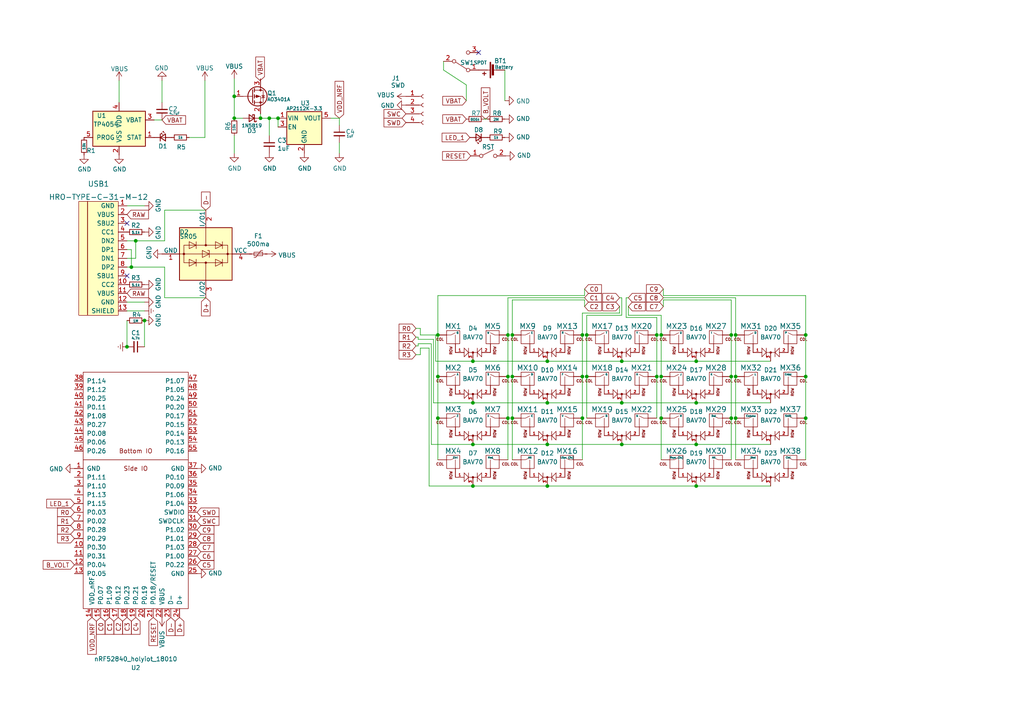
<source format=kicad_sch>
(kicad_sch (version 20211123) (generator eeschema)
  (paper "A4")
  (junction (at 137.16 128.905))
  (junction (at 213.36 97.155))
  (junction (at 158.75 140.97))
  (junction (at 168.91 97.155))
  (junction (at 170.18 109.22))
  (junction (at 201.93 104.775))
  (junction (at 233.68 109.22))
  (junction (at 137.16 140.97))
  (junction (at 212.09 109.22))
  (junction (at 180.34 128.905))
  (junction (at 148.59 121.285))
  (junction (at 36.83 100.584))
  (junction (at 213.36 121.285))
  (junction (at 201.93 140.97))
  (junction (at 158.75 104.775))
  (junction (at 168.91 109.22))
  (junction (at 190.5 109.22))
  (junction (at 233.68 97.155))
  (junction (at 180.34 104.775))
  (junction (at 137.16 104.775))
  (junction (at 191.77 97.155))
  (junction (at 78.105 34.29))
  (junction (at 148.59 97.155))
  (junction (at 39.37 69.85))
  (junction (at 212.09 121.285))
  (junction (at 67.945 34.29))
  (junction (at 191.77 121.285))
  (junction (at 67.945 27.94))
  (junction (at 80.645 34.29))
  (junction (at 38.1 77.47))
  (junction (at 127 109.22))
  (junction (at 127 121.285))
  (junction (at 137.16 116.84))
  (junction (at 41.91 92.964))
  (junction (at 158.75 128.905))
  (junction (at 180.34 116.84))
  (junction (at 147.32 121.285))
  (junction (at 147.32 109.22))
  (junction (at 201.93 128.905))
  (junction (at 212.09 97.155))
  (junction (at 233.68 121.285))
  (junction (at 147.32 97.155))
  (junction (at 213.36 109.22))
  (junction (at 191.77 109.22))
  (junction (at 158.75 116.84))
  (junction (at 127 97.155))
  (junction (at 168.91 121.285))
  (junction (at 75.565 34.29))
  (junction (at 201.93 116.84))
  (junction (at 190.5 97.155))
  (junction (at 170.18 97.155))
  (junction (at 148.59 109.22))
  (no_connect (at 138.811 15.24))
  (no_connect (at 36.83 80.01))
  (no_connect (at 36.83 64.77))
  (wire (pts (xy 137.16 104.775) (xy 158.75 104.775)))
  (wire (pts (xy 39.37 69.85) (xy 39.37 74.93)))
  (wire (pts (xy 147.32 109.22) (xy 147.32 121.285)))
  (wire (pts (xy 201.93 116.84) (xy 223.52 116.84)))
  (wire (pts (xy 36.83 69.85) (xy 39.37 69.85)))
  (wire (pts (xy 127 121.285) (xy 127 133.35)))
  (wire (pts (xy 36.83 87.63) (xy 41.91 87.63)))
  (wire (pts (xy 148.59 121.285) (xy 148.59 133.35)))
  (wire (pts (xy 78.105 34.29) (xy 80.645 34.29)))
  (wire (pts (xy 233.68 109.22) (xy 233.68 121.285)))
  (wire (pts (xy 201.93 128.905) (xy 223.52 128.905)))
  (wire (pts (xy 75.565 34.29) (xy 78.105 34.29)))
  (wire (pts (xy 182.245 88.9) (xy 182.245 91.44)))
  (wire (pts (xy 135.255 24.638) (xy 135.255 29.21)))
  (wire (pts (xy 98.425 34.29) (xy 98.425 36.322)))
  (wire (pts (xy 41.91 92.964) (xy 41.91 100.584)))
  (wire (pts (xy 38.1 72.39) (xy 38.1 77.47)))
  (wire (pts (xy 128.651 20.32) (xy 128.651 17.78)))
  (wire (pts (xy 180.34 91.44) (xy 180.34 86.36)))
  (wire (pts (xy 120.65 102.87) (xy 121.92 102.87)))
  (wire (pts (xy 137.16 128.905) (xy 125.095 128.905)))
  (wire (pts (xy 182.245 86.36) (xy 181.61 86.36)))
  (wire (pts (xy 36.83 59.69) (xy 41.91 59.69)))
  (wire (pts (xy 121.92 97.155) (xy 126.365 97.155)))
  (wire (pts (xy 121.285 100.33) (xy 121.285 99.695)))
  (wire (pts (xy 98.425 41.402) (xy 98.425 44.45)))
  (wire (pts (xy 137.16 116.84) (xy 125.73 116.84)))
  (wire (pts (xy 191.77 97.155) (xy 191.77 91.44)))
  (wire (pts (xy 137.16 104.775) (xy 126.365 104.775)))
  (wire (pts (xy 38.1 77.47) (xy 36.83 77.47)))
  (wire (pts (xy 190.5 109.22) (xy 190.5 121.285)))
  (wire (pts (xy 147.32 97.155) (xy 147.32 86.36)))
  (wire (pts (xy 148.59 97.155) (xy 148.59 109.22)))
  (wire (pts (xy 80.645 34.29) (xy 80.645 36.83)))
  (wire (pts (xy 54.864 39.878) (xy 59.436 39.878)))
  (wire (pts (xy 47.752 86.36) (xy 59.69 86.36)))
  (wire (pts (xy 181.61 86.36) (xy 181.61 92.075)))
  (wire (pts (xy 179.705 90.805) (xy 168.91 90.805)))
  (wire (pts (xy 170.18 97.155) (xy 170.18 109.22)))
  (wire (pts (xy 127 97.155) (xy 127 85.725)))
  (wire (pts (xy 169.545 85.725) (xy 169.545 83.82)))
  (wire (pts (xy 191.77 121.285) (xy 191.77 133.35)))
  (wire (pts (xy 120.65 97.79) (xy 121.285 97.79)))
  (wire (pts (xy 192.405 85.725) (xy 233.68 85.725)))
  (wire (pts (xy 135.255 24.638) (xy 128.651 20.32)))
  (wire (pts (xy 212.09 97.155) (xy 212.09 109.22)))
  (wire (pts (xy 78.105 34.29) (xy 78.105 39.37)))
  (wire (pts (xy 190.5 92.075) (xy 190.5 97.155)))
  (wire (pts (xy 34.544 23.368) (xy 34.544 29.718)))
  (wire (pts (xy 59.436 23.368) (xy 59.436 39.878)))
  (wire (pts (xy 137.16 128.905) (xy 158.75 128.905)))
  (wire (pts (xy 192.405 88.9) (xy 192.405 86.995)))
  (wire (pts (xy 212.09 86.995) (xy 212.09 97.155)))
  (wire (pts (xy 180.34 104.775) (xy 201.93 104.775)))
  (wire (pts (xy 67.945 39.37) (xy 67.945 44.45)))
  (wire (pts (xy 233.68 85.725) (xy 233.68 97.155)))
  (wire (pts (xy 147.32 86.36) (xy 169.545 86.36)))
  (wire (pts (xy 179.705 88.9) (xy 179.705 90.805)))
  (wire (pts (xy 137.16 116.84) (xy 158.75 116.84)))
  (wire (pts (xy 147.32 97.155) (xy 147.32 109.22)))
  (wire (pts (xy 95.885 34.29) (xy 98.425 34.29)))
  (wire (pts (xy 39.37 69.85) (xy 47.752 69.85)))
  (wire (pts (xy 120.65 95.25) (xy 121.92 95.25)))
  (wire (pts (xy 168.91 90.805) (xy 168.91 97.155)))
  (wire (pts (xy 181.61 92.075) (xy 190.5 92.075)))
  (wire (pts (xy 46.99 23.368) (xy 46.99 29.718)))
  (wire (pts (xy 169.545 86.995) (xy 148.59 86.995)))
  (wire (pts (xy 148.59 109.22) (xy 148.59 121.285)))
  (wire (pts (xy 121.285 97.79) (xy 121.285 98.425)))
  (wire (pts (xy 121.92 95.25) (xy 121.92 97.155)))
  (wire (pts (xy 180.34 116.84) (xy 201.93 116.84)))
  (wire (pts (xy 201.93 140.97) (xy 223.52 140.97)))
  (wire (pts (xy 67.945 34.29) (xy 70.485 34.29)))
  (wire (pts (xy 47.752 60.96) (xy 59.69 60.96)))
  (wire (pts (xy 180.34 128.905) (xy 201.93 128.905)))
  (wire (pts (xy 233.68 121.285) (xy 233.68 133.35)))
  (wire (pts (xy 121.92 102.87) (xy 121.92 100.965)))
  (wire (pts (xy 158.75 104.775) (xy 180.34 104.775)))
  (wire (pts (xy 170.18 109.22) (xy 170.18 121.285)))
  (wire (pts (xy 137.16 140.97) (xy 124.46 140.97)))
  (wire (pts (xy 212.09 121.285) (xy 212.09 133.35)))
  (wire (pts (xy 158.75 140.97) (xy 201.93 140.97)))
  (wire (pts (xy 121.285 99.695) (xy 125.095 99.695)))
  (wire (pts (xy 36.83 92.964) (xy 36.83 100.584)))
  (wire (pts (xy 148.59 86.995) (xy 148.59 97.155)))
  (wire (pts (xy 127 109.22) (xy 127 121.285)))
  (wire (pts (xy 147.32 121.285) (xy 147.32 133.35)))
  (wire (pts (xy 158.75 128.905) (xy 180.34 128.905)))
  (wire (pts (xy 170.18 91.44) (xy 180.34 91.44)))
  (wire (pts (xy 121.285 98.425) (xy 125.73 98.425)))
  (wire (pts (xy 192.405 86.995) (xy 212.09 86.995)))
  (wire (pts (xy 213.36 121.285) (xy 213.36 133.35)))
  (wire (pts (xy 192.405 83.82) (xy 192.405 85.725)))
  (wire (pts (xy 182.245 91.44) (xy 191.77 91.44)))
  (wire (pts (xy 121.92 100.965) (xy 124.46 100.965)))
  (wire (pts (xy 39.37 74.93) (xy 36.83 74.93)))
  (wire (pts (xy 212.09 109.22) (xy 212.09 121.285)))
  (wire (pts (xy 126.365 104.775) (xy 126.365 97.155)))
  (wire (pts (xy 213.36 86.36) (xy 213.36 97.155)))
  (wire (pts (xy 191.77 97.155) (xy 191.77 109.22)))
  (wire (pts (xy 44.704 34.798) (xy 46.99 34.798)))
  (wire (pts (xy 47.752 77.47) (xy 47.752 86.36)))
  (wire (pts (xy 124.46 140.97) (xy 124.46 100.965)))
  (wire (pts (xy 168.91 121.285) (xy 168.91 133.35)))
  (wire (pts (xy 137.16 140.97) (xy 158.75 140.97)))
  (wire (pts (xy 190.5 97.155) (xy 190.5 109.22)))
  (wire (pts (xy 201.93 104.775) (xy 223.52 104.775)))
  (wire (pts (xy 168.91 109.22) (xy 168.91 121.285)))
  (wire (pts (xy 140.335 34.544) (xy 141.351 34.544)))
  (wire (pts (xy 36.83 90.17) (xy 41.91 90.17)))
  (wire (pts (xy 75.565 33.02) (xy 75.565 34.29)))
  (wire (pts (xy 38.1 77.47) (xy 47.752 77.47)))
  (wire (pts (xy 180.34 86.36) (xy 179.705 86.36)))
  (wire (pts (xy 192.405 86.36) (xy 213.36 86.36)))
  (wire (pts (xy 169.545 88.9) (xy 169.545 86.995)))
  (wire (pts (xy 125.095 128.905) (xy 125.095 99.695)))
  (wire (pts (xy 36.83 72.39) (xy 38.1 72.39)))
  (wire (pts (xy 127 85.725) (xy 169.545 85.725)))
  (wire (pts (xy 170.18 97.155) (xy 170.18 91.44)))
  (wire (pts (xy 120.65 100.33) (xy 121.285 100.33)))
  (wire (pts (xy 67.945 27.94) (xy 67.945 34.29)))
  (wire (pts (xy 67.945 22.86) (xy 67.945 27.94)))
  (wire (pts (xy 213.36 97.155) (xy 213.36 109.22)))
  (wire (pts (xy 146.431 20.32) (xy 146.431 29.21)))
  (wire (pts (xy 125.73 116.84) (xy 125.73 98.425)))
  (wire (pts (xy 47.752 60.96) (xy 47.752 69.85)))
  (wire (pts (xy 168.91 97.155) (xy 168.91 109.22)))
  (wire (pts (xy 191.77 109.22) (xy 191.77 121.285)))
  (wire (pts (xy 158.75 116.84) (xy 180.34 116.84)))
  (wire (pts (xy 233.68 97.155) (xy 233.68 109.22)))
  (wire (pts (xy 213.36 109.22) (xy 213.36 121.285)))
  (wire (pts (xy 127 97.155) (xy 127 109.22)))
  (global_label "C7" (shape input) (at 57.15 158.75 0) (property "Intersheet References" "${INTERSHEET_REFS}" (effects hide)))
  (global_label "RESET" (shape input) (at 44.45 179.07 270) (property "Intersheet References" "${INTERSHEET_REFS}" (effects hide)))
  (global_label "C3" (shape input) (at 179.705 88.9 180) (property "Intersheet References" "${INTERSHEET_REFS}" (effects hide)))
  (global_label "B_VOLT" (shape input) (at 140.843 34.544 90) (property "Intersheet References" "${INTERSHEET_REFS}" (effects hide)))
  (global_label "R2" (shape input) (at 120.65 100.33 180) (property "Intersheet References" "${INTERSHEET_REFS}" (effects hide)))
  (global_label "VBAT" (shape input) (at 135.255 34.544 180) (property "Intersheet References" "${INTERSHEET_REFS}" (effects hide)))
  (global_label "C8" (shape input) (at 192.405 86.36 180) (property "Intersheet References" "${INTERSHEET_REFS}" (effects hide)))
  (global_label "D-" (shape input) (at 59.69 60.96 90) (property "Intersheet References" "${INTERSHEET_REFS}" (effects hide)))
  (global_label "VBAT" (shape input) (at 135.255 29.21 180) (property "Intersheet References" "${INTERSHEET_REFS}" (effects hide)))
  (global_label "R1" (shape input) (at 21.59 151.13 180) (property "Intersheet References" "${INTERSHEET_REFS}" (effects hide)))
  (global_label "C2" (shape input) (at 34.29 179.07 270) (property "Intersheet References" "${INTERSHEET_REFS}" (effects hide)))
  (global_label "VDD_NRF" (shape input) (at 98.425 34.29 90) (property "Intersheet References" "${INTERSHEET_REFS}" (effects hide)))
  (global_label "LED_1" (shape input) (at 21.59 146.05 180) (property "Intersheet References" "${INTERSHEET_REFS}" (effects hide)))
  (global_label "C5" (shape input) (at 182.245 86.36 0) (property "Intersheet References" "${INTERSHEET_REFS}" (effects hide)))
  (global_label "C5" (shape input) (at 57.15 163.83 0) (property "Intersheet References" "${INTERSHEET_REFS}" (effects hide)))
  (global_label "B_VOLT" (shape input) (at 21.59 163.83 180) (property "Intersheet References" "${INTERSHEET_REFS}" (effects hide)))
  (global_label "C0" (shape input) (at 169.545 83.82 0) (property "Intersheet References" "${INTERSHEET_REFS}" (effects hide)))
  (global_label "VDD_NRF" (shape input) (at 26.67 179.07 270) (property "Intersheet References" "${INTERSHEET_REFS}" (effects hide)))
  (global_label "RESET" (shape input) (at 136.525 45.212 180) (property "Intersheet References" "${INTERSHEET_REFS}" (effects hide)))
  (global_label "R0" (shape input) (at 21.59 148.59 180) (property "Intersheet References" "${INTERSHEET_REFS}" (effects hide)))
  (global_label "C1" (shape input) (at 31.75 179.07 270) (property "Intersheet References" "${INTERSHEET_REFS}" (effects hide)))
  (global_label "VBAT" (shape input) (at 75.438 23.368 90) (property "Intersheet References" "${INTERSHEET_REFS}" (effects hide)))
  (global_label "SWC" (shape input) (at 57.15 151.13 0) (property "Intersheet References" "${INTERSHEET_REFS}" (effects hide)))
  (global_label "C7" (shape input) (at 192.405 88.9 180) (property "Intersheet References" "${INTERSHEET_REFS}" (effects hide)))
  (global_label "C0" (shape input) (at 29.21 179.07 270) (property "Intersheet References" "${INTERSHEET_REFS}" (effects hide)))
  (global_label "R2" (shape input) (at 21.59 153.67 180) (property "Intersheet References" "${INTERSHEET_REFS}" (effects hide)))
  (global_label "C6" (shape input) (at 57.15 161.29 0) (property "Intersheet References" "${INTERSHEET_REFS}" (effects hide)))
  (global_label "D+" (shape input) (at 59.69 86.36 270) (property "Intersheet References" "${INTERSHEET_REFS}" (effects hide)))
  (global_label "C1" (shape input) (at 169.545 86.36 0) (property "Intersheet References" "${INTERSHEET_REFS}" (effects hide)))
  (global_label "D-" (shape input) (at 49.53 179.07 270) (property "Intersheet References" "${INTERSHEET_REFS}" (effects hide)))
  (global_label "R1" (shape input) (at 120.65 97.79 180) (property "Intersheet References" "${INTERSHEET_REFS}" (effects hide)))
  (global_label "R0" (shape input) (at 120.65 95.25 180) (property "Intersheet References" "${INTERSHEET_REFS}" (effects hide)))
  (global_label "RAW" (shape input) (at 36.83 85.09 0) (property "Intersheet References" "${INTERSHEET_REFS}" (effects hide)))
  (global_label "C8" (shape input) (at 57.15 156.21 0) (property "Intersheet References" "${INTERSHEET_REFS}" (effects hide)))
  (global_label "C9" (shape input) (at 57.15 153.67 0) (property "Intersheet References" "${INTERSHEET_REFS}" (effects hide)))
  (global_label "D+" (shape input) (at 52.07 179.07 270) (property "Intersheet References" "${INTERSHEET_REFS}" (effects hide)))
  (global_label "VBAT" (shape input) (at 46.99 34.798 0) (property "Intersheet References" "${INTERSHEET_REFS}" (effects hide)))
  (global_label "R3" (shape input) (at 21.59 156.21 180) (property "Intersheet References" "${INTERSHEET_REFS}" (effects hide)))
  (global_label "SWD" (shape input) (at 57.15 148.59 0) (property "Intersheet References" "${INTERSHEET_REFS}" (effects hide)))
  (global_label "C6" (shape input) (at 182.245 88.9 0) (property "Intersheet References" "${INTERSHEET_REFS}" (effects hide)))
  (global_label "R3" (shape input) (at 120.65 102.87 180) (property "Intersheet References" "${INTERSHEET_REFS}" (effects hide)))
  (global_label "SWD" (shape input) (at 117.729 35.56 180) (property "Intersheet References" "${INTERSHEET_REFS}" (effects hide)))
  (global_label "C4" (shape input) (at 179.705 86.36 180) (property "Intersheet References" "${INTERSHEET_REFS}" (effects hide)))
  (global_label "C4" (shape input) (at 39.37 179.07 270) (property "Intersheet References" "${INTERSHEET_REFS}" (effects hide)))
  (global_label "C2" (shape input) (at 169.545 88.9 0) (property "Intersheet References" "${INTERSHEET_REFS}" (effects hide)))
  (global_label "SWC" (shape input) (at 117.729 33.02 180) (property "Intersheet References" "${INTERSHEET_REFS}" (effects hide)))
  (global_label "RAW" (shape input) (at 36.83 62.23 0) (property "Intersheet References" "${INTERSHEET_REFS}" (effects hide)))
  (global_label "C3" (shape input) (at 36.83 179.07 270) (property "Intersheet References" "${INTERSHEET_REFS}" (effects hide)))
  (global_label "LED_1" (shape input) (at 136.271 39.878 180) (property "Intersheet References" "${INTERSHEET_REFS}" (effects hide)))
  (global_label "C9" (shape input) (at 192.405 83.82 180) (property "Intersheet References" "${INTERSHEET_REFS}" (effects hide)))
  (symbol (lib_id "power:GND") (at 41.91 87.63 90) (unit 1)
    (property "Reference" "#PWR09" (effects hide))
    (property "Value" "GND" (at 45.9232 85.471 0) (effects (justify right)))
  )
  (symbol (lib_id "MX:MX-NoLED") (at 217.17 134.62 0) (mirror y) (unit 1)
    (property "Reference" "MX34" (at 217.805 130.81 0) (effects (font (size 1.524 1.524))))
    (property "Value" "Mod" (at 218.44 132.715 0) (effects (font (size 0.508 0.508))))
    (property "Footprint" "MX:MXOnly-1U-NoLED" (effects hide))
  )
  (symbol (lib_id "MX:MX-NoLED") (at 195.58 134.62 0) (mirror y) (unit 1)
    (property "Reference" "MX26" (at 196.215 130.81 0) (effects (font (size 1.524 1.524))))
    (property "Value" "Rspc (2u)" (at 194.31 132.715 0) (effects (font (size 0.508 0.508)) (justify right)))
    (property "Footprint" "MX:MXOnly-1U-NoLED" (effects hide))
  )
  (symbol (lib_id "Bluetooth-Keyoboard:BAV70_Small") (at 201.93 138.43 0) (unit 1)
    (property "Reference" "D19" (at 201.93 131.445 0))
    (property "Value" "BAV70" (at 201.93 133.985 0))
    (property "Footprint" "Package_TO_SOT_SMD:SOT-23" (effects hide))
    (property "Datasheet" "https://assets.nexperia.com/documents/data-sheet/BAV70_SER.pdf" (effects hide))
  )
  (symbol (lib_id "Bluetooth-Keyoboard:BAV70_Small") (at 223.52 126.365 0) (unit 1)
    (property "Reference" "D22" (at 223.52 119.38 0))
    (property "Value" "BAV70" (at 223.52 121.92 0))
    (property "Footprint" "Package_TO_SOT_SMD:SOT-23" (effects hide))
    (property "Datasheet" "https://assets.nexperia.com/documents/data-sheet/BAV70_SER.pdf" (effects hide))
  )
  (symbol (lib_id "Bluetooth-Keyoboard:BAV70_Small") (at 158.75 102.235 0) (unit 1)
    (property "Reference" "D9" (at 158.75 95.25 0))
    (property "Value" "BAV70" (at 158.75 97.79 0))
    (property "Footprint" "Package_TO_SOT_SMD:SOT-23" (effects hide))
    (property "Datasheet" "https://assets.nexperia.com/documents/data-sheet/BAV70_SER.pdf" (effects hide))
  )
  (symbol (lib_id "MX:MX-NoLED") (at 152.4 122.555 0) (mirror y) (unit 1)
    (property "Reference" "MX11" (at 153.035 118.745 0) (effects (font (size 1.524 1.524))))
    (property "Value" "C" (at 154.305 120.65 0) (effects (font (size 0.508 0.508))))
    (property "Footprint" "MX:MXOnly-1U-NoLED" (effects hide))
  )
  (symbol (lib_id "Regulator_Linear:AP2112K-3.3") (at 88.265 36.83 0) (unit 1)
    (property "Reference" "U3" (at 88.519 29.9212 0))
    (property "Value" "AP2112K-3.3" (at 88.265 31.4706 0) (effects (font (size 1 1))))
    (property "Footprint" "Package_TO_SOT_SMD:SOT-23-5" (effects hide))
    (property "Datasheet" "https://www.diodes.com/assets/Datasheets/AP2112.pdf" (effects hide))
  )
  (symbol (lib_id "MX:MX-NoLED") (at 208.28 134.62 0) (unit 1)
    (property "Reference" "MX30" (at 207.645 130.81 0) (effects (font (size 1.524 1.524))))
    (property "Value" "Alt" (at 207.01 132.715 0) (effects (font (size 0.508 0.508))))
    (property "Footprint" "MX:MXOnly-1U-NoLED" (effects hide))
  )
  (symbol (lib_id "MX:MX-NoLED") (at 217.17 110.49 0) (mirror y) (unit 1)
    (property "Reference" "MX32" (at 217.805 106.68 0) (effects (font (size 1.524 1.524))))
    (property "Value" "L" (at 219.075 108.585 0) (effects (font (size 0.508 0.508))))
    (property "Footprint" "MX:MXOnly-1U-NoLED" (effects hide))
  )
  (symbol (lib_id "power:VBUS") (at 77.47 73.66 270) (unit 1)
    (property "Reference" "#PWR020" (effects hide))
    (property "Value" "VBUS" (at 80.7212 74.041 90) (effects (justify left)))
  )
  (symbol (lib_id "Device:C_Small") (at 46.99 32.258 180) (unit 1)
    (property "Reference" "C2" (at 48.8188 31.5976 0) (effects (justify right)))
    (property "Value" "4.7uF" (at 49.0728 32.893 0) (effects (font (size 0.72 0.72)) (justify right)))
    (property "Footprint" "Capacitor_SMD:C_0805_2012Metric" (effects hide))
  )
  (symbol (lib_id "Device:D_Schottky_Small") (at 73.025 34.29 180) (unit 1)
    (property "Reference" "D3" (at 73.025 37.9222 0))
    (property "Value" "1N5819" (at 73.025 36.4236 0) (effects (font (size 1 1))))
    (property "Footprint" "Diode_SMD:D_SOD-123" (effects hide))
  )
  (symbol (lib_id "Device:R_Small") (at 39.37 67.31 270) (unit 1)
    (property "Reference" "R2" (at 39.37 65.3796 90))
    (property "Value" "5.1k" (at 39.37 67.437 90) (effects (font (size 0.72 0.72))))
    (property "Footprint" "Resistor_SMD:R_0805_2012Metric" (effects hide))
  )
  (symbol (lib_id "power:GND") (at 98.425 44.45 0) (unit 1)
    (property "Reference" "#PWR023" (effects hide))
    (property "Value" "GND" (at 98.552 48.8442 0))
  )
  (symbol (lib_id "Device:C_Small") (at 98.425 38.862 0) (unit 1)
    (property "Reference" "C4" (at 100.2538 38.2016 0) (effects (justify left)))
    (property "Value" "1uF" (at 100.5078 39.497 0) (effects (font (size 0.72 0.72)) (justify left)))
    (property "Footprint" "Capacitor_SMD:C_0805_2012Metric" (effects hide))
  )
  (symbol (lib_id "power:GND") (at 146.431 29.21 90) (mirror x) (unit 1)
    (property "Reference" "#PWR026" (effects hide))
    (property "Value" "GND" (at 149.6822 29.337 90) (effects (justify right)))
  )
  (symbol (lib_id "MX:MX-NoLED") (at 143.51 134.62 0) (unit 1)
    (property "Reference" "MX8" (at 142.875 130.81 0) (effects (font (size 1.524 1.524))))
    (property "Value" "Mod" (at 142.24 132.715 0) (effects (font (size 0.508 0.508))))
    (property "Footprint" "MX:MXOnly-1U-NoLED" (effects hide))
  )
  (symbol (lib_id "power:GND") (at 57.15 135.89 90) (unit 1)
    (property "Reference" "#PWR015" (effects hide))
    (property "Value" "GND" (at 60.4012 135.763 90) (effects (justify right)))
  )
  (symbol (lib_id "MX:MX-NoLED") (at 217.17 122.555 0) (mirror y) (unit 1)
    (property "Reference" "MX33" (at 217.805 118.745 0) (effects (font (size 1.524 1.524))))
    (property "Value" "Comma" (at 217.805 120.65 0) (effects (font (size 0.508 0.508))))
    (property "Footprint" "MX:MXOnly-1U-NoLED" (effects hide))
  )
  (symbol (lib_id "Keebio:HRO-TYPE-C-31-M-12") (at 34.29 73.66 0) (unit 1)
    (property "Reference" "USB1" (at 28.575 53.34 0) (effects (font (size 1.524 1.524))))
    (property "Value" "HRO-TYPE-C-31-M-12" (at 28.575 57.15 0) (effects (font (size 1.524 1.524))))
    (property "Footprint" "Keebio_Components:HRO-TYPE-C-31-M-12-Assembly" (effects hide))
  )
  (symbol (lib_id "MX:MX-NoLED") (at 130.81 134.62 0) (mirror y) (unit 1)
    (property "Reference" "MX4" (at 131.445 130.81 0) (effects (font (size 1.524 1.524))))
    (property "Value" "Ctrl" (at 132.08 132.715 0) (effects (font (size 0.508 0.508))))
    (property "Footprint" "MX:MXOnly-1U-NoLED" (effects hide))
  )
  (symbol (lib_id "Device:C_Small") (at 39.37 100.584 270) (unit 1)
    (property "Reference" "C1" (at 39.37 96.5454 90))
    (property "Value" "4.7n" (at 39.37 98.0948 90) (effects (font (size 0.72 0.72))))
    (property "Footprint" "Capacitor_SMD:C_1206_3216Metric" (effects hide))
  )
  (symbol (lib_id "power:GND") (at 146.431 39.878 90) (unit 1)
    (property "Reference" "#PWR028" (effects hide))
    (property "Value" "GND" (at 149.6822 39.751 90) (effects (justify right)))
  )
  (symbol (lib_id "power:GND") (at 21.59 135.89 270) (unit 1)
    (property "Reference" "#PWR01" (effects hide))
    (property "Value" "GND" (at 18.3388 136.017 90) (effects (justify right)))
  )
  (symbol (lib_id "MX:MX-NoLED") (at 186.69 98.425 0) (unit 1)
    (property "Reference" "MX20" (at 186.055 94.615 0) (effects (font (size 1.524 1.524))))
    (property "Value" "Y" (at 184.785 96.52 0) (effects (font (size 0.508 0.508))))
    (property "Footprint" "MX:MXOnly-1U-NoLED" (effects hide))
  )
  (symbol (lib_id "power:GND") (at 41.91 59.69 90) (unit 1)
    (property "Reference" "#PWR06" (effects hide))
    (property "Value" "GND" (at 45.9232 57.531 0) (effects (justify right)))
  )
  (symbol (lib_id "power:GND") (at 78.105 44.45 0) (unit 1)
    (property "Reference" "#PWR021" (effects hide))
    (property "Value" "GND" (at 78.232 48.8442 0))
  )
  (symbol (lib_id "power:GND") (at 41.91 82.55 90) (unit 1)
    (property "Reference" "#PWR08" (effects hide))
    (property "Value" "GND" (at 45.9232 80.391 0) (effects (justify right)))
  )
  (symbol (lib_id "power:GND") (at 88.265 44.45 0) (unit 1)
    (property "Reference" "#PWR022" (effects hide))
    (property "Value" "GND" (at 88.392 48.8442 0))
  )
  (symbol (lib_id "Bluetooth-Keyoboard:BAV70_Small") (at 137.16 126.365 0) (unit 1)
    (property "Reference" "D6" (at 137.16 119.38 0))
    (property "Value" "BAV70" (at 137.16 121.92 0))
    (property "Footprint" "Package_TO_SOT_SMD:SOT-23" (effects hide))
    (property "Datasheet" "https://assets.nexperia.com/documents/data-sheet/BAV70_SER.pdf" (effects hide))
  )
  (symbol (lib_id "Device:R_Small") (at 143.891 34.544 270) (unit 1)
    (property "Reference" "R8" (at 144.145 32.8676 90))
    (property "Value" "2M" (at 143.891 34.671 90) (effects (font (size 0.72 0.72))))
    (property "Footprint" "Resistor_SMD:R_0805_2012Metric" (effects hide))
  )
  (symbol (lib_id "Bluetooth-Keyoboard:BAV70_Small") (at 223.52 138.43 0) (unit 1)
    (property "Reference" "D23" (at 223.52 131.445 0))
    (property "Value" "BAV70" (at 223.52 133.985 0))
    (property "Footprint" "Package_TO_SOT_SMD:SOT-23" (effects hide))
    (property "Datasheet" "https://assets.nexperia.com/documents/data-sheet/BAV70_SER.pdf" (effects hide))
  )
  (symbol (lib_id "MX:MX-NoLED") (at 173.99 98.425 0) (mirror y) (unit 1)
    (property "Reference" "MX17" (at 174.625 94.615 0) (effects (font (size 1.524 1.524))))
    (property "Value" "T" (at 175.895 96.52 0) (effects (font (size 0.508 0.508))))
    (property "Footprint" "MX:MXOnly-1U-NoLED" (effects hide))
  )
  (symbol (lib_id "Bluetooth-Keyoboard:BAV70_Small") (at 137.16 114.3 0) (unit 1)
    (property "Reference" "D5" (at 137.16 107.315 0))
    (property "Value" "BAV70" (at 137.16 109.855 0))
    (property "Footprint" "Package_TO_SOT_SMD:SOT-23" (effects hide))
    (property "Datasheet" "https://assets.nexperia.com/documents/data-sheet/BAV70_SER.pdf" (effects hide))
  )
  (symbol (lib_id "Power_Protection:PRTR5V0U2X") (at 59.69 73.66 270) (unit 1)
    (property "Reference" "D2" (at 52.07 67.31 90) (effects (justify left)))
    (property "Value" "SR05" (at 52.07 68.58 90) (effects (justify left)))
    (property "Footprint" "Package_TO_SOT_SMD:SOT-143" (effects hide))
    (property "Datasheet" "https://assets.nexperia.com/documents/data-sheet/PRTR5V0U2X.pdf" (effects hide))
  )
  (symbol (lib_id "power:GND") (at 34.544 44.958 0) (unit 1)
    (property "Reference" "#PWR04" (effects hide))
    (property "Value" "GND" (at 34.671 49.0982 0))
  )
  (symbol (lib_id "MX:MX-NoLED") (at 143.51 122.555 0) (unit 1)
    (property "Reference" "MX7" (at 142.875 118.745 0) (effects (font (size 1.524 1.524))))
    (property "Value" "X" (at 141.605 120.65 0) (effects (font (size 0.508 0.508))))
    (property "Footprint" "MX:MXOnly-1U-NoLED" (effects hide))
  )
  (symbol (lib_id "Device:Polyfuse_Small") (at 74.93 73.66 270) (unit 1)
    (property "Reference" "F1" (at 74.93 68.453 90))
    (property "Value" "500ma" (at 74.93 70.7644 90))
    (property "Footprint" "Fuse:Fuse_1206_3216Metric" (effects hide))
  )
  (symbol (lib_id "MX:MX-NoLED") (at 152.4 98.425 0) (mirror y) (unit 1)
    (property "Reference" "MX9" (at 153.035 94.615 0) (effects (font (size 1.524 1.524))))
    (property "Value" "E" (at 154.305 96.52 0) (effects (font (size 0.508 0.508))))
    (property "Footprint" "MX:MXOnly-1U-NoLED" (effects hide))
  )
  (symbol (lib_id "Battery_Management:MCP73831-3-OT") (at 34.544 37.338 0) (unit 1)
    (property "Reference" "U1" (at 29.464 33.528 0))
    (property "Value" "TP4054" (at 30.734 36.068 0))
    (property "Footprint" "Package_TO_SOT_SMD:SOT-23-5" (effects hide))
    (property "Datasheet" "http://ww1.microchip.com/downloads/en/DeviceDoc/20001984g.pdf" (effects hide))
  )
  (symbol (lib_id "Bluetooth-Keyoboard:BAV70_Small") (at 223.52 114.3 0) (unit 1)
    (property "Reference" "D21" (at 223.52 107.315 0))
    (property "Value" "BAV70" (at 223.52 109.855 0))
    (property "Footprint" "Package_TO_SOT_SMD:SOT-23" (effects hide))
    (property "Datasheet" "https://assets.nexperia.com/documents/data-sheet/BAV70_SER.pdf" (effects hide))
  )
  (symbol (lib_id "MX:MX-NoLED") (at 143.51 98.425 0) (unit 1)
    (property "Reference" "MX5" (at 142.875 94.615 0) (effects (font (size 1.524 1.524))))
    (property "Value" "W" (at 141.605 96.52 0) (effects (font (size 0.508 0.508))))
    (property "Footprint" "MX:MXOnly-1U-NoLED" (effects hide))
  )
  (symbol (lib_id "power:VBUS") (at 67.945 22.86 0) (unit 1)
    (property "Reference" "#PWR018" (effects hide))
    (property "Value" "VBUS" (at 67.945 19.2555 0))
  )
  (symbol (lib_id "Bluetooth-Keyoboard:BAV70_Small") (at 180.34 102.235 0) (unit 1)
    (property "Reference" "D13" (at 180.34 95.25 0))
    (property "Value" "BAV70" (at 180.34 97.79 0))
    (property "Footprint" "Package_TO_SOT_SMD:SOT-23" (effects hide))
    (property "Datasheet" "https://assets.nexperia.com/documents/data-sheet/BAV70_SER.pdf" (effects hide))
  )
  (symbol (lib_id "MX:MX-NoLED") (at 165.1 110.49 0) (unit 1)
    (property "Reference" "MX14" (at 164.465 106.68 0) (effects (font (size 1.524 1.524))))
    (property "Value" "F" (at 163.195 108.585 0) (effects (font (size 0.508 0.508))))
    (property "Footprint" "MX:MXOnly-1U-NoLED" (effects hide))
  )
  (symbol (lib_id "power:Earth") (at 36.83 100.584 270) (unit 1)
    (property "Reference" "#PWR05" (effects hide))
    (property "Value" "Earth" (effects hide))
  )
  (symbol (lib_id "Switch:SW_SPDT") (at 133.731 17.78 0) (mirror x) (unit 1)
    (property "Reference" "SW1" (at 135.509 18.161 0))
    (property "Value" "SPDT" (at 139.319 18.1864 0) (effects (font (size 1 1))))
    (property "Footprint" "Button_Switch_THT:SW_CuK_OS102011MA1QN1_SPDT_Angled" (effects hide))
  )
  (symbol (lib_id "MX:MX-NoLED") (at 208.28 122.555 0) (unit 1)
    (property "Reference" "MX29" (at 207.645 118.745 0) (effects (font (size 1.524 1.524))))
    (property "Value" "Dot" (at 207.01 120.65 0) (effects (font (size 0.508 0.508))))
    (property "Footprint" "MX:MXOnly-1U-NoLED" (effects hide))
  )
  (symbol (lib_id "power:VBUS") (at 117.729 27.94 90) (unit 1)
    (property "Reference" "#PWR024" (effects hide))
    (property "Value" "VBUS" (at 114.5032 27.559 90) (effects (justify left)))
  )
  (symbol (lib_id "power:GND") (at 46.99 73.66 270) (unit 1)
    (property "Reference" "#PWR013" (effects hide))
    (property "Value" "GND" (at 43.2308 75.311 0) (effects (justify right)))
  )
  (symbol (lib_id "MX:MX-NoLED") (at 130.81 98.425 0) (mirror y) (unit 1)
    (property "Reference" "MX1" (at 131.445 94.615 0) (effects (font (size 1.524 1.524))))
    (property "Value" "Q" (at 132.715 96.52 0) (effects (font (size 0.508 0.508))))
    (property "Footprint" "MX:MXOnly-1U-NoLED" (effects hide))
  )
  (symbol (lib_id "MX:MX-NoLED") (at 229.87 122.555 0) (unit 1)
    (property "Reference" "MX37" (at 229.235 118.745 0) (effects (font (size 1.524 1.524))))
    (property "Value" "Shift" (at 228.6 120.65 0) (effects (font (size 0.508 0.508))))
    (property "Footprint" "MX:MXOnly-1U-NoLED" (effects hide))
  )
  (symbol (lib_id "Bluetooth-Keyoboard:BAV70_Small") (at 158.75 138.43 0) (unit 1)
    (property "Reference" "D12" (at 158.75 131.445 0))
    (property "Value" "BAV70" (at 158.75 133.985 0))
    (property "Footprint" "Package_TO_SOT_SMD:SOT-23" (effects hide))
    (property "Datasheet" "https://assets.nexperia.com/documents/data-sheet/BAV70_SER.pdf" (effects hide))
  )
  (symbol (lib_id "MX:MX-NoLED") (at 130.81 122.555 0) (mirror y) (unit 1)
    (property "Reference" "MX3" (at 131.445 118.745 0) (effects (font (size 1.524 1.524))))
    (property "Value" "Z" (at 132.715 120.65 0) (effects (font (size 0.508 0.508))))
    (property "Footprint" "MX:MXOnly-1U-NoLED" (effects hide))
  )
  (symbol (lib_id "power:GND") (at 41.91 67.31 90) (unit 1)
    (property "Reference" "#PWR07" (effects hide))
    (property "Value" "GND" (at 45.9232 65.405 0) (effects (justify right)))
  )
  (symbol (lib_id "Switch:SW_DPST_x2") (at 141.605 45.212 0) (unit 1)
    (property "Reference" "SW2" (effects hide))
    (property "Value" "RST" (at 141.605 42.6236 0))
    (property "Footprint" "Button_Switch_SMD:SW_SPST_SKQG_WithStem" (effects hide))
  )
  (symbol (lib_id "Device:R_Small") (at 39.37 82.55 270) (unit 1)
    (property "Reference" "R3" (at 39.37 80.6196 90))
    (property "Value" "5.1k" (at 39.37 82.677 90) (effects (font (size 0.72 0.72))))
    (property "Footprint" "Resistor_SMD:R_0805_2012Metric" (effects hide))
  )
  (symbol (lib_id "MX:MX-NoLED") (at 165.1 134.62 0) (unit 1)
    (property "Reference" "MX16" (at 164.465 130.81 0) (effects (font (size 1.524 1.524))))
    (property "Value" "LSpc (2u)" (at 162.56 132.715 0) (effects (font (size 0.508 0.508)) (justify left)))
    (property "Footprint" "MX:MXOnly-1U-NoLED" (effects hide))
  )
  (symbol (lib_id "Device:R_Small") (at 137.795 34.544 270) (unit 1)
    (property "Reference" "R7" (at 138.049 32.8676 90))
    (property "Value" "806k" (at 137.795 34.671 90) (effects (font (size 0.72 0.72))))
    (property "Footprint" "Resistor_SMD:R_0805_2012Metric" (effects hide))
  )
  (symbol (lib_id "MX:MX-NoLED") (at 229.87 110.49 0) (unit 1)
    (property "Reference" "MX36" (at 229.235 106.68 0) (effects (font (size 1.524 1.524))))
    (property "Value" "Enter" (at 228.6 108.585 0) (effects (font (size 0.508 0.508))))
    (property "Footprint" "MX:MXOnly-1U-NoLED" (effects hide))
  )
  (symbol (lib_id "Device:R_Small") (at 52.324 39.878 270) (unit 1)
    (property "Reference" "R5" (at 52.578 42.672 90))
    (property "Value" "1k" (at 52.324 39.878 90) (effects (font (size 0.72 0.72))))
    (property "Footprint" "Resistor_SMD:R_0805_2012Metric" (effects hide))
  )
  (symbol (lib_id "Connector:Conn_01x04_Female") (at 122.809 30.48 0) (unit 1)
    (property "Reference" "J1" (at 113.6142 22.7076 0) (effects (justify left)))
    (property "Value" "SWD" (at 113.3602 24.765 0) (effects (justify left)))
    (property "Footprint" "Connector_PinHeader_2.54mm:PinHeader_1x04_P2.54mm_Vertical" (effects hide))
  )
  (symbol (lib_id "MX:MX-NoLED") (at 152.4 110.49 0) (mirror y) (unit 1)
    (property "Reference" "MX10" (at 153.035 106.68 0) (effects (font (size 1.524 1.524))))
    (property "Value" "D" (at 154.305 108.585 0) (effects (font (size 0.508 0.508))))
    (property "Footprint" "MX:MXOnly-1U-NoLED" (effects hide))
  )
  (symbol (lib_id "MX:MX-NoLED") (at 173.99 110.49 0) (mirror y) (unit 1)
    (property "Reference" "MX18" (at 174.625 106.68 0) (effects (font (size 1.524 1.524))))
    (property "Value" "G" (at 175.895 108.585 0) (effects (font (size 0.508 0.508))))
    (property "Footprint" "MX:MXOnly-1U-NoLED" (effects hide))
  )
  (symbol (lib_id "power:Earth") (at 41.91 90.17 90) (unit 1)
    (property "Reference" "#PWR010" (effects hide))
    (property "Value" "Earth" (effects hide))
  )
  (symbol (lib_id "power:GND") (at 41.91 92.964 90) (unit 1)
    (property "Reference" "#PWR011" (effects hide))
    (property "Value" "GND" (at 45.9232 90.805 0) (effects (justify right)))
  )
  (symbol (lib_id "MX:MX-NoLED") (at 165.1 122.555 0) (unit 1)
    (property "Reference" "MX15" (at 164.465 118.745 0) (effects (font (size 1.524 1.524))))
    (property "Value" "V" (at 163.195 120.65 0) (effects (font (size 0.508 0.508))))
    (property "Footprint" "MX:MXOnly-1U-NoLED" (effects hide))
  )
  (symbol (lib_id "MX:MX-NoLED") (at 152.4 134.62 0) (mirror y) (unit 1)
    (property "Reference" "MX12" (at 153.035 130.81 0) (effects (font (size 1.524 1.524))))
    (property "Value" "Alt" (at 153.67 132.715 0) (effects (font (size 0.508 0.508))))
    (property "Footprint" "MX:MXOnly-1U-NoLED" (effects hide))
  )
  (symbol (lib_id "Bluetooth-Keyoboard:BAV70_Small") (at 158.75 114.3 0) (unit 1)
    (property "Reference" "D10" (at 158.75 107.315 0))
    (property "Value" "BAV70" (at 158.75 109.855 0))
    (property "Footprint" "Package_TO_SOT_SMD:SOT-23" (effects hide))
    (property "Datasheet" "https://assets.nexperia.com/documents/data-sheet/BAV70_SER.pdf" (effects hide))
  )
  (symbol (lib_id "Bluetooth-Keyoboard:BAV70_Small") (at 201.93 102.235 0) (unit 1)
    (property "Reference" "D16" (at 201.93 95.25 0))
    (property "Value" "BAV70" (at 201.93 97.79 0))
    (property "Footprint" "Package_TO_SOT_SMD:SOT-23" (effects hide))
    (property "Datasheet" "https://assets.nexperia.com/documents/data-sheet/BAV70_SER.pdf" (effects hide))
  )
  (symbol (lib_id "Device:C_Small") (at 78.105 41.91 0) (unit 1)
    (property "Reference" "C3" (at 80.4418 40.7416 0) (effects (justify left)))
    (property "Value" "1uF" (at 80.4418 43.053 0) (effects (justify left)))
    (property "Footprint" "Capacitor_SMD:C_0805_2012Metric" (effects hide))
  )
  (symbol (lib_id "power:GND") (at 146.431 34.544 90) (unit 1)
    (property "Reference" "#PWR027" (effects hide))
    (property "Value" "GND" (at 149.6822 34.417 90) (effects (justify right)))
  )
  (symbol (lib_id "power:GND") (at 146.685 45.212 90) (unit 1)
    (property "Reference" "#PWR029" (effects hide))
    (property "Value" "GND" (at 149.9362 45.085 90) (effects (justify right)))
  )
  (symbol (lib_id "Device:R_Small") (at 39.37 92.964 270) (unit 1)
    (property "Reference" "R4" (at 39.624 91.2876 90))
    (property "Value" "1M" (at 39.37 93.091 90) (effects (font (size 0.72 0.72))))
    (property "Footprint" "Resistor_SMD:R_0805_2012Metric" (effects hide))
  )
  (symbol (lib_id "Bluetooth-Keyoboard:BAV70_Small") (at 137.16 102.235 0) (unit 1)
    (property "Reference" "D4" (at 137.16 95.25 0))
    (property "Value" "BAV70" (at 137.16 97.79 0))
    (property "Footprint" "Package_TO_SOT_SMD:SOT-23" (effects hide))
    (property "Datasheet" "https://assets.nexperia.com/documents/data-sheet/BAV70_SER.pdf" (effects hide))
  )
  (symbol (lib_id "Bluetooth-Keyoboard:BAV70_Small") (at 180.34 126.365 0) (unit 1)
    (property "Reference" "D15" (at 180.34 119.38 0))
    (property "Value" "BAV70" (at 180.34 121.92 0))
    (property "Footprint" "Package_TO_SOT_SMD:SOT-23" (effects hide))
    (property "Datasheet" "https://assets.nexperia.com/documents/data-sheet/BAV70_SER.pdf" (effects hide))
  )
  (symbol (lib_id "Transistor_FET:AO3401A") (at 73.025 27.94 0) (unit 1)
    (property "Reference" "Q1" (at 77.47 27.0256 0) (effects (justify left)))
    (property "Value" "AO3401A" (at 77.47 28.829 0) (effects (font (size 1 1)) (justify left)))
    (property "Footprint" "Package_TO_SOT_SMD:SOT-23" (effects hide))
    (property "Datasheet" "http://www.aosmd.com/pdfs/datasheet/AO3401A.pdf" (effects hide))
  )
  (symbol (lib_id "MX:MX-NoLED") (at 195.58 98.425 0) (mirror y) (unit 1)
    (property "Reference" "MX23" (at 196.215 94.615 0) (effects (font (size 1.524 1.524))))
    (property "Value" "U" (at 197.485 96.52 0) (effects (font (size 0.508 0.508))))
    (property "Footprint" "MX:MXOnly-1U-NoLED" (effects hide))
  )
  (symbol (lib_id "power:GND") (at 117.729 30.48 270) (unit 1)
    (property "Reference" "#PWR025" (effects hide))
    (property "Value" "GND" (at 114.4778 30.607 90) (effects (justify right)))
  )
  (symbol (lib_id "Device:R_Small") (at 67.945 36.83 0) (unit 1)
    (property "Reference" "R6" (at 66.1416 37.9476 90) (effects (justify left)))
    (property "Value" "10k" (at 67.9196 37.973 90) (effects (font (size 0.72 0.72)) (justify left)))
    (property "Footprint" "Resistor_SMD:R_0805_2012Metric" (effects hide))
  )
  (symbol (lib_id "power:GND") (at 57.15 166.37 90) (unit 1)
    (property "Reference" "#PWR016" (effects hide))
    (property "Value" "GND" (at 60.4012 166.243 90) (effects (justify right)))
  )
  (symbol (lib_id "MX:MX-NoLED") (at 208.28 98.425 0) (unit 1)
    (property "Reference" "MX27" (at 207.645 94.615 0) (effects (font (size 1.524 1.524))))
    (property "Value" "I" (at 206.375 96.52 0) (effects (font (size 0.508 0.508))))
    (property "Footprint" "MX:MXOnly-1U-NoLED" (effects hide))
  )
  (symbol (lib_id "power:GND") (at 67.945 44.45 0) (unit 1)
    (property "Reference" "#PWR019" (effects hide))
    (property "Value" "GND" (at 68.072 48.8442 0))
  )
  (symbol (lib_id "MX:MX-NoLED") (at 195.58 110.49 0) (mirror y) (unit 1)
    (property "Reference" "MX24" (at 196.215 106.68 0) (effects (font (size 1.524 1.524))))
    (property "Value" "J" (at 197.485 108.585 0) (effects (font (size 0.508 0.508))))
    (property "Footprint" "MX:MXOnly-1U-NoLED" (effects hide))
  )
  (symbol (lib_id "MX:MX-NoLED") (at 186.69 110.49 0) (unit 1)
    (property "Reference" "MX21" (at 186.055 106.68 0) (effects (font (size 1.524 1.524))))
    (property "Value" "H" (at 184.785 108.585 0) (effects (font (size 0.508 0.508))))
    (property "Footprint" "MX:MXOnly-1U-NoLED" (effects hide))
  )
  (symbol (lib_id "power:GND") (at 46.99 23.368 180) (unit 1)
    (property "Reference" "#PWR012" (effects hide))
    (property "Value" "GND" (at 46.863 19.7358 0))
  )
  (symbol (lib_id "Device:R_Small") (at 24.384 42.418 180) (unit 1)
    (property "Reference" "R1" (at 26.416 43.688 0))
    (property "Value" "10k" (at 24.384 42.418 90) (effects (font (size 0.72 0.72))))
    (property "Footprint" "Resistor_SMD:R_0805_2012Metric" (effects hide))
  )
  (symbol (lib_id "MX:MX-NoLED") (at 143.51 110.49 0) (unit 1)
    (property "Reference" "MX6" (at 142.875 106.68 0) (effects (font (size 1.524 1.524))))
    (property "Value" "S" (at 141.605 108.585 0) (effects (font (size 0.508 0.508))))
    (property "Footprint" "MX:MXOnly-1U-NoLED" (effects hide))
  )
  (symbol (lib_id "Bluetooth-Keyoboard:BAV70_Small") (at 223.52 102.235 0) (unit 1)
    (property "Reference" "D20" (at 223.52 95.25 0))
    (property "Value" "BAV70" (at 223.52 97.79 0))
    (property "Footprint" "Package_TO_SOT_SMD:SOT-23" (effects hide))
    (property "Datasheet" "https://assets.nexperia.com/documents/data-sheet/BAV70_SER.pdf" (effects hide))
  )
  (symbol (lib_id "Device:LED_Small") (at 138.811 39.878 180) (unit 1)
    (property "Reference" "D8" (at 138.811 37.6682 0))
    (property "Value" "LED" (effects hide))
    (property "Footprint" "Diode_SMD:D_0805_2012Metric" (effects hide))
  )
  (symbol (lib_id "MX:MX-NoLED") (at 208.28 110.49 0) (unit 1)
    (property "Reference" "MX28" (at 207.645 106.68 0) (effects (font (size 1.524 1.524))))
    (property "Value" "K" (at 206.375 108.585 0) (effects (font (size 0.508 0.508))))
    (property "Footprint" "MX:MXOnly-1U-NoLED" (effects hide))
  )
  (symbol (lib_id "Bluetooth-Keyoboard:BAV70_Small") (at 201.93 126.365 0) (unit 1)
    (property "Reference" "D18" (at 201.93 119.38 0))
    (property "Value" "BAV70" (at 201.93 121.92 0))
    (property "Footprint" "Package_TO_SOT_SMD:SOT-23" (effects hide))
    (property "Datasheet" "https://assets.nexperia.com/documents/data-sheet/BAV70_SER.pdf" (effects hide))
  )
  (symbol (lib_id "Bluetooth-Keyoboard:nRF52840_holyiot_18010") (at 39.37 142.24 0) (unit 1)
    (property "Reference" "U2" (at 39.37 193.675 0))
    (property "Value" "nRF52840_holyiot_18010" (at 39.37 191.135 0))
    (property "Footprint" "Bluetooth_Keyboard:nRF52840_holyiot_18010" (effects hide))
    (property "Datasheet" "http://www.holyiot.com/tp/2019042516322180424.pdf" (effects hide))
  )
  (symbol (lib_id "MX:MX-NoLED") (at 195.58 122.555 0) (mirror y) (unit 1)
    (property "Reference" "MX25" (at 196.215 118.745 0) (effects (font (size 1.524 1.524))))
    (property "Value" "M" (at 197.485 120.65 0) (effects (font (size 0.508 0.508))))
    (property "Footprint" "MX:MXOnly-1U-NoLED" (effects hide))
  )
  (symbol (lib_id "Bluetooth-Keyoboard:BAV70_Small") (at 137.16 138.43 0) (unit 1)
    (property "Reference" "D7" (at 137.16 131.445 0))
    (property "Value" "BAV70" (at 137.16 133.985 0))
    (property "Footprint" "Package_TO_SOT_SMD:SOT-23" (effects hide))
    (property "Datasheet" "https://assets.nexperia.com/documents/data-sheet/BAV70_SER.pdf" (effects hide))
  )
  (symbol (lib_id "power:VBUS") (at 59.436 23.368 0) (unit 1)
    (property "Reference" "#PWR017" (effects hide))
    (property "Value" "VBUS" (at 59.436 19.7635 0))
  )
  (symbol (lib_id "MX:MX-NoLED") (at 229.87 134.62 0) (unit 1)
    (property "Reference" "MX38" (at 229.235 130.81 0) (effects (font (size 1.524 1.524))))
    (property "Value" "Ctrl" (at 228.6 132.715 0) (effects (font (size 0.508 0.508))))
    (property "Footprint" "MX:MXOnly-1U-NoLED" (effects hide))
  )
  (symbol (lib_id "Device:Battery_Cell") (at 143.891 20.32 90) (mirror x) (unit 1)
    (property "Reference" "BT1" (at 145.161 17.653 90))
    (property "Value" "Battery" (at 146.177 19.4564 90) (effects (font (size 1 1))))
    (property "Footprint" "Connector_JST:JST_SH_BM02B-SRSS-TB_1x02-1MP_P1.00mm_Vertical" (effects hide))
  )
  (symbol (lib_id "Bluetooth-Keyoboard:BAV70_Small") (at 180.34 114.3 0) (unit 1)
    (property "Reference" "D14" (at 180.34 107.315 0))
    (property "Value" "BAV70" (at 180.34 109.855 0))
    (property "Footprint" "Package_TO_SOT_SMD:SOT-23" (effects hide))
    (property "Datasheet" "https://assets.nexperia.com/documents/data-sheet/BAV70_SER.pdf" (effects hide))
  )
  (symbol (lib_id "MX:MX-NoLED") (at 130.81 110.49 0) (mirror y) (unit 1)
    (property "Reference" "MX2" (at 131.445 106.68 0) (effects (font (size 1.524 1.524))))
    (property "Value" "A" (at 132.715 108.585 0) (effects (font (size 0.508 0.508))))
    (property "Footprint" "MX:MXOnly-1U-NoLED" (effects hide))
  )
  (symbol (lib_id "MX:MX-NoLED") (at 217.17 98.425 0) (mirror y) (unit 1)
    (property "Reference" "MX31" (at 217.805 94.615 0) (effects (font (size 1.524 1.524))))
    (property "Value" "O" (at 219.075 96.52 0) (effects (font (size 0.508 0.508))))
    (property "Footprint" "MX:MXOnly-1U-NoLED" (effects hide))
  )
  (symbol (lib_id "MX:MX-NoLED") (at 173.99 122.555 0) (mirror y) (unit 1)
    (property "Reference" "MX19" (at 174.625 118.745 0) (effects (font (size 1.524 1.524))))
    (property "Value" "B" (at 175.895 120.65 0) (effects (font (size 0.508 0.508))))
    (property "Footprint" "MX:MXOnly-1U-NoLED" (effects hide))
  )
  (symbol (lib_id "Device:R_Small") (at 143.891 39.878 90) (unit 1)
    (property "Reference" "R9" (at 144.399 38.1 90))
    (property "Value" "1k" (at 143.891 39.878 90) (effects (font (size 0.72 0.72))))
    (property "Footprint" "Resistor_SMD:R_0805_2012Metric" (effects hide))
  )
  (symbol (lib_id "Device:LED_Small") (at 47.244 39.878 0) (unit 1)
    (property "Reference" "D1" (at 47.244 42.418 0))
    (property "Value" "POWERLED" (effects hide))
    (property "Footprint" "Diode_SMD:D_0805_2012Metric" (effects hide))
  )
  (symbol (lib_id "Bluetooth-Keyoboard:BAV70_Small") (at 201.93 114.3 0) (unit 1)
    (property "Reference" "D17" (at 201.93 107.315 0))
    (property "Value" "BAV70" (at 201.93 109.855 0))
    (property "Footprint" "Package_TO_SOT_SMD:SOT-23" (effects hide))
    (property "Datasheet" "https://assets.nexperia.com/documents/data-sheet/BAV70_SER.pdf" (effects hide))
  )
  (symbol (lib_id "MX:MX-NoLED") (at 229.87 98.425 0) (unit 1)
    (property "Reference" "MX35" (at 229.235 94.615 0) (effects (font (size 1.524 1.524))))
    (property "Value" "P" (at 227.965 96.52 0) (effects (font (size 0.508 0.508))))
    (property "Footprint" "MX:MXOnly-1U-NoLED" (effects hide))
  )
  (symbol (lib_id "power:VBUS") (at 34.544 23.368 0) (unit 1)
    (property "Reference" "#PWR03" (effects hide))
    (property "Value" "VBUS" (at 34.671 19.9898 0))
  )
  (symbol (lib_id "Bluetooth-Keyoboard:BAV70_Small") (at 158.75 126.365 0) (unit 1)
    (property "Reference" "D11" (at 158.75 119.38 0))
    (property "Value" "BAV70" (at 158.75 121.92 0))
    (property "Footprint" "Package_TO_SOT_SMD:SOT-23" (effects hide))
    (property "Datasheet" "https://assets.nexperia.com/documents/data-sheet/BAV70_SER.pdf" (effects hide))
  )
  (symbol (lib_id "MX:MX-NoLED") (at 165.1 98.425 0) (unit 1)
    (property "Reference" "MX13" (at 164.465 94.615 0) (effects (font (size 1.524 1.524))))
    (property "Value" "R" (at 163.195 96.52 0) (effects (font (size 0.508 0.508))))
    (property "Footprint" "MX:MXOnly-1U-NoLED" (effects hide))
  )
  (symbol (lib_id "power:GND") (at 24.384 44.958 0) (unit 1)
    (property "Reference" "#PWR02" (effects hide))
    (property "Value" "GND" (at 24.511 49.0982 0))
  )
  (symbol (lib_id "MX:MX-NoLED") (at 186.69 122.555 0) (unit 1)
    (property "Reference" "MX22" (at 186.055 118.745 0) (effects (font (size 1.524 1.524))))
    (property "Value" "N" (at 184.785 120.65 0) (effects (font (size 0.508 0.508))))
    (property "Footprint" "MX:MXOnly-1U-NoLED" (effects hide))
  )
  (symbol (lib_id "power:VBUS") (at 46.99 179.07 180) (unit 1)
    (property "Reference" "#PWR014" (effects hide))
    (property "Value" "VBUS" (at 46.99 185.42 90))
  )
)
</source>
